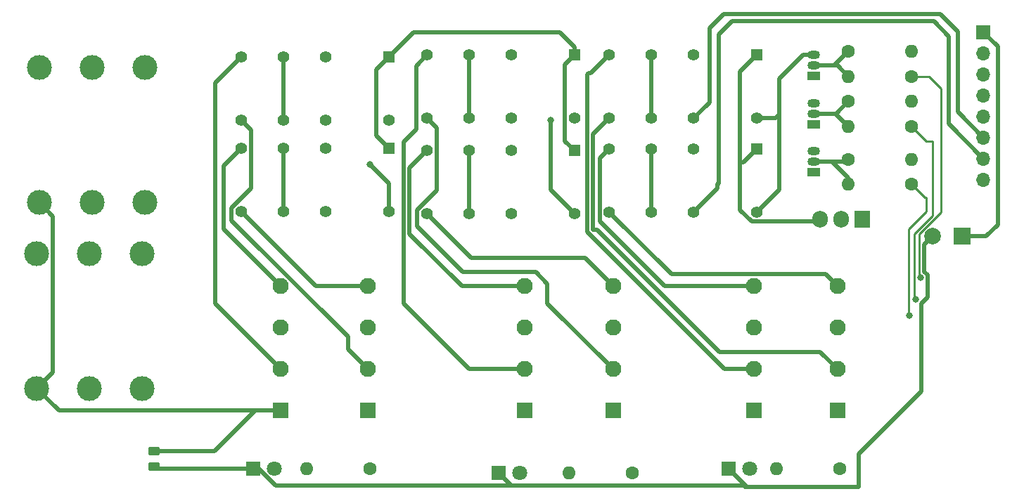
<source format=gbr>
%TF.GenerationSoftware,KiCad,Pcbnew,7.0.9*%
%TF.CreationDate,2024-06-30T00:12:16-04:00*%
%TF.ProjectId,Loop Board 3 Jackless Output,4c6f6f70-2042-46f6-9172-642033204a61,rev?*%
%TF.SameCoordinates,Original*%
%TF.FileFunction,Copper,L1,Top*%
%TF.FilePolarity,Positive*%
%FSLAX46Y46*%
G04 Gerber Fmt 4.6, Leading zero omitted, Abs format (unit mm)*
G04 Created by KiCad (PCBNEW 7.0.9) date 2024-06-30 00:12:16*
%MOMM*%
%LPD*%
G01*
G04 APERTURE LIST*
G04 Aperture macros list*
%AMRoundRect*
0 Rectangle with rounded corners*
0 $1 Rounding radius*
0 $2 $3 $4 $5 $6 $7 $8 $9 X,Y pos of 4 corners*
0 Add a 4 corners polygon primitive as box body*
4,1,4,$2,$3,$4,$5,$6,$7,$8,$9,$2,$3,0*
0 Add four circle primitives for the rounded corners*
1,1,$1+$1,$2,$3*
1,1,$1+$1,$4,$5*
1,1,$1+$1,$6,$7*
1,1,$1+$1,$8,$9*
0 Add four rect primitives between the rounded corners*
20,1,$1+$1,$2,$3,$4,$5,0*
20,1,$1+$1,$4,$5,$6,$7,0*
20,1,$1+$1,$6,$7,$8,$9,0*
20,1,$1+$1,$8,$9,$2,$3,0*%
G04 Aperture macros list end*
%TA.AperFunction,ComponentPad*%
%ADD10C,1.400000*%
%TD*%
%TA.AperFunction,ComponentPad*%
%ADD11R,1.400000X1.400000*%
%TD*%
%TA.AperFunction,ComponentPad*%
%ADD12R,1.700000X1.700000*%
%TD*%
%TA.AperFunction,ComponentPad*%
%ADD13O,1.700000X1.700000*%
%TD*%
%TA.AperFunction,ComponentPad*%
%ADD14O,1.500000X1.050000*%
%TD*%
%TA.AperFunction,ComponentPad*%
%ADD15R,1.500000X1.050000*%
%TD*%
%TA.AperFunction,ComponentPad*%
%ADD16R,1.950000X1.950000*%
%TD*%
%TA.AperFunction,ComponentPad*%
%ADD17C,1.950000*%
%TD*%
%TA.AperFunction,ComponentPad*%
%ADD18R,1.800000X1.800000*%
%TD*%
%TA.AperFunction,ComponentPad*%
%ADD19C,1.800000*%
%TD*%
%TA.AperFunction,ComponentPad*%
%ADD20O,1.600000X1.600000*%
%TD*%
%TA.AperFunction,ComponentPad*%
%ADD21C,1.600000*%
%TD*%
%TA.AperFunction,ComponentPad*%
%ADD22C,3.000000*%
%TD*%
%TA.AperFunction,ComponentPad*%
%ADD23R,1.905000X2.000000*%
%TD*%
%TA.AperFunction,ComponentPad*%
%ADD24O,1.905000X2.000000*%
%TD*%
%TA.AperFunction,SMDPad,CuDef*%
%ADD25RoundRect,0.250000X0.450000X-0.262500X0.450000X0.262500X-0.450000X0.262500X-0.450000X-0.262500X0*%
%TD*%
%TA.AperFunction,ComponentPad*%
%ADD26R,2.000000X2.000000*%
%TD*%
%TA.AperFunction,ComponentPad*%
%ADD27C,2.000000*%
%TD*%
%TA.AperFunction,ViaPad*%
%ADD28C,0.800000*%
%TD*%
%TA.AperFunction,Conductor*%
%ADD29C,0.500000*%
%TD*%
%TA.AperFunction,Conductor*%
%ADD30C,0.250000*%
%TD*%
G04 APERTURE END LIST*
D10*
%TO.P,Right3,16*%
%TO.N,Net-(QL3-D)*%
X167520000Y-51720000D03*
%TO.P,Right3,13*%
%TO.N,Net-(Right2-Pad4)*%
X159900000Y-51720000D03*
%TO.P,Right3,11*%
%TO.N,Net-(Right3-Pad11)*%
X154820000Y-51720000D03*
%TO.P,Right3,9*%
%TO.N,/R_send3*%
X149740000Y-51720000D03*
%TO.P,Right3,8*%
%TO.N,/R_Return3*%
X149740000Y-44100000D03*
%TO.P,Right3,6*%
%TO.N,Net-(Right3-Pad11)*%
X154820000Y-44100000D03*
%TO.P,Right3,4*%
%TO.N,/R_out*%
X159900000Y-44100000D03*
D11*
%TO.P,Right3,1*%
%TO.N,/5V*%
X167520000Y-44100000D03*
%TD*%
D12*
%TO.P,J2,1,Pin_1*%
%TO.N,/9V*%
X239100000Y-41080000D03*
D13*
%TO.P,J2,2,Pin_2*%
%TO.N,/Ctrl_GND*%
X239100000Y-43620000D03*
%TO.P,J2,3,Pin_3*%
%TO.N,/Control1*%
X239100000Y-46160000D03*
%TO.P,J2,4,Pin_4*%
%TO.N,/Control2*%
X239100000Y-48700000D03*
%TO.P,J2,5,Pin_5*%
%TO.N,/Control3*%
X239100000Y-51240000D03*
%TO.P,J2,6,Pin_6*%
%TO.N,/R_in*%
X239100000Y-53780000D03*
%TO.P,J2,7,Pin_7*%
%TO.N,/L_in*%
X239100000Y-56320000D03*
%TO.P,J2,8,Pin_8*%
%TO.N,/Signal_Gnd*%
X239100000Y-58860000D03*
%TD*%
D14*
%TO.P,QL3,3,D*%
%TO.N,Net-(QL3-D)*%
X218640000Y-55420000D03*
%TO.P,QL3,2,G*%
%TO.N,Net-(QL3-G)*%
X218640000Y-56690000D03*
D15*
%TO.P,QL3,1,S*%
%TO.N,/Ctrl_GND*%
X218640000Y-57960000D03*
%TD*%
D16*
%TO.P,Return2,1,Pin_1*%
%TO.N,/Signal_Gnd*%
X183862500Y-86700000D03*
D17*
%TO.P,Return2,2,Pin_2*%
%TO.N,/R_Return2*%
X183862500Y-81700000D03*
%TO.P,Return2,3,Pin_3*%
%TO.N,/Signal_Gnd*%
X183862500Y-76700000D03*
%TO.P,Return2,4,Pin_4*%
%TO.N,/L_Return2*%
X183862500Y-71700000D03*
%TD*%
D18*
%TO.P,D2,1,K*%
%TO.N,/Ctrl_GND*%
X180687500Y-94200000D03*
D19*
%TO.P,D2,2,A*%
%TO.N,Net-(D2-A)*%
X183227500Y-94200000D03*
%TD*%
D20*
%TO.P,LeftPD2,2*%
%TO.N,/Ctrl_GND*%
X230450000Y-49420000D03*
D21*
%TO.P,LeftPD2,1*%
%TO.N,Net-(QL2-G)*%
X222830000Y-49420000D03*
%TD*%
D16*
%TO.P,Send3,1,Pin_1*%
%TO.N,/Signal_Gnd*%
X165000000Y-86700000D03*
D17*
%TO.P,Send3,2,Pin_2*%
%TO.N,/R_send3*%
X165000000Y-81700000D03*
%TO.P,Send3,3,Pin_3*%
%TO.N,/Signal_Gnd*%
X165000000Y-76700000D03*
%TO.P,Send3,4,Pin_4*%
%TO.N,/L_Send3*%
X165000000Y-71700000D03*
%TD*%
D22*
%TO.P,R1,R*%
%TO.N,unconnected-(R1-PadR)*%
X131785000Y-61615000D03*
%TO.P,R1,RN*%
%TO.N,unconnected-(R1-PadRN)*%
X131785000Y-45385000D03*
%TO.P,R1,S*%
%TO.N,/Signal_Gnd*%
X125435000Y-61615000D03*
%TO.P,R1,SN*%
%TO.N,unconnected-(R1-PadSN)*%
X125435000Y-45385000D03*
%TO.P,R1,T*%
%TO.N,/R_out*%
X138135000Y-61615000D03*
%TO.P,R1,TN*%
%TO.N,Net-(L/Mono1-PadR)*%
X138135000Y-45385000D03*
%TD*%
D10*
%TO.P,Left/Mono3,16*%
%TO.N,Net-(QL3-D)*%
X167520000Y-62720000D03*
%TO.P,Left/Mono3,13*%
%TO.N,Net-(Left/Mono2-Pad4)*%
X159900000Y-62720000D03*
%TO.P,Left/Mono3,11*%
%TO.N,Net-(Left/Mono3-Pad11)*%
X154820000Y-62720000D03*
%TO.P,Left/Mono3,9*%
%TO.N,/L_Send3*%
X149740000Y-62720000D03*
%TO.P,Left/Mono3,8*%
%TO.N,/L_Return3*%
X149740000Y-55100000D03*
%TO.P,Left/Mono3,6*%
%TO.N,Net-(Left/Mono3-Pad11)*%
X154820000Y-55100000D03*
%TO.P,Left/Mono3,4*%
%TO.N,/L_out*%
X159900000Y-55100000D03*
D11*
%TO.P,Left/Mono3,1*%
%TO.N,/5V*%
X167520000Y-55100000D03*
%TD*%
D23*
%TO.P,U1,1,IN*%
%TO.N,/9V*%
X224540000Y-63600000D03*
D24*
%TO.P,U1,2,GND*%
%TO.N,/Ctrl_GND*%
X222000000Y-63600000D03*
%TO.P,U1,3,OUT*%
%TO.N,/5V*%
X219460000Y-63600000D03*
%TD*%
D20*
%TO.P,LeftPD3,2*%
%TO.N,/Ctrl_GND*%
X230450000Y-56420000D03*
D21*
%TO.P,LeftPD3,1*%
%TO.N,Net-(QL3-G)*%
X222830000Y-56420000D03*
%TD*%
%TO.P,RLed1,1*%
%TO.N,/Control1*%
X221772500Y-93700000D03*
D20*
%TO.P,RLed1,2*%
%TO.N,Net-(D1-A)*%
X214152500Y-93700000D03*
%TD*%
D14*
%TO.P,QL2,3,D*%
%TO.N,Net-(QL2-D)*%
X218640000Y-49630000D03*
%TO.P,QL2,2,G*%
%TO.N,Net-(QL2-G)*%
X218640000Y-50900000D03*
D15*
%TO.P,QL2,1,S*%
%TO.N,/Ctrl_GND*%
X218640000Y-52170000D03*
%TD*%
D20*
%TO.P,LGate3,2*%
%TO.N,Net-(QL3-G)*%
X222830000Y-59420000D03*
D21*
%TO.P,LGate3,1*%
%TO.N,/Control3*%
X230450000Y-59420000D03*
%TD*%
D16*
%TO.P,Send2,1,Pin_1*%
%TO.N,/Signal_Gnd*%
X194500000Y-86700000D03*
D17*
%TO.P,Send2,2,Pin_2*%
%TO.N,/R_send2*%
X194500000Y-81700000D03*
%TO.P,Send2,3,Pin_3*%
%TO.N,/Signal_Gnd*%
X194500000Y-76700000D03*
%TO.P,Send2,4,Pin_4*%
%TO.N,/L_Send2*%
X194500000Y-71700000D03*
%TD*%
D10*
%TO.P,Left/Mono1,16*%
%TO.N,Net-(QL1-D)*%
X211840000Y-62777500D03*
%TO.P,Left/Mono1,13*%
%TO.N,/L_in*%
X204220000Y-62777500D03*
%TO.P,Left/Mono1,11*%
%TO.N,Net-(Left/Mono1-Pad11)*%
X199140000Y-62777500D03*
%TO.P,Left/Mono1,9*%
%TO.N,/L_Send1*%
X194060000Y-62777500D03*
%TO.P,Left/Mono1,8*%
%TO.N,/L_Return1*%
X194060000Y-55157500D03*
%TO.P,Left/Mono1,6*%
%TO.N,Net-(Left/Mono1-Pad11)*%
X199140000Y-55157500D03*
%TO.P,Left/Mono1,4*%
%TO.N,Net-(Left/Mono1-Pad4)*%
X204220000Y-55157500D03*
D11*
%TO.P,Left/Mono1,1*%
%TO.N,/5V*%
X211840000Y-55157500D03*
%TD*%
D14*
%TO.P,QL1,3,D*%
%TO.N,Net-(QL1-D)*%
X218640000Y-43840000D03*
%TO.P,QL1,2,G*%
%TO.N,Net-(QL1-G)*%
X218640000Y-45110000D03*
D15*
%TO.P,QL1,1,S*%
%TO.N,/Ctrl_GND*%
X218640000Y-46380000D03*
%TD*%
D22*
%TO.P,L/Mono1,R*%
%TO.N,Net-(L/Mono1-PadR)*%
X131485000Y-84015000D03*
%TO.P,L/Mono1,RN*%
%TO.N,unconnected-(L/Mono1-PadRN)*%
X131485000Y-67785000D03*
%TO.P,L/Mono1,S*%
%TO.N,/Signal_Gnd*%
X125135000Y-84015000D03*
%TO.P,L/Mono1,SN*%
%TO.N,unconnected-(L/Mono1-PadSN)*%
X125135000Y-67785000D03*
%TO.P,L/Mono1,T*%
%TO.N,/L_out*%
X137835000Y-84015000D03*
%TO.P,L/Mono1,TN*%
%TO.N,unconnected-(L/Mono1-PadTN)*%
X137835000Y-67785000D03*
%TD*%
D10*
%TO.P,Right1,16*%
%TO.N,Net-(QL1-D)*%
X211840000Y-51420000D03*
%TO.P,Right1,13*%
%TO.N,/R_in*%
X204220000Y-51420000D03*
%TO.P,Right1,11*%
%TO.N,Net-(Right1-Pad11)*%
X199140000Y-51420000D03*
%TO.P,Right1,9*%
%TO.N,/R_send1*%
X194060000Y-51420000D03*
%TO.P,Right1,8*%
%TO.N,/R_Return1*%
X194060000Y-43800000D03*
%TO.P,Right1,6*%
%TO.N,Net-(Right1-Pad11)*%
X199140000Y-43800000D03*
%TO.P,Right1,4*%
%TO.N,Net-(Right1-Pad4)*%
X204220000Y-43800000D03*
D11*
%TO.P,Right1,1*%
%TO.N,/5V*%
X211840000Y-43800000D03*
%TD*%
D25*
%TO.P,G_link1,1*%
%TO.N,/Ctrl_GND*%
X139200000Y-93412500D03*
%TO.P,G_link1,2*%
%TO.N,/Signal_Gnd*%
X139200000Y-91587500D03*
%TD*%
D16*
%TO.P,Return3,1,Pin_1*%
%TO.N,/Signal_Gnd*%
X154500000Y-86700000D03*
D17*
%TO.P,Return3,2,Pin_2*%
%TO.N,/R_Return3*%
X154500000Y-81700000D03*
%TO.P,Return3,3,Pin_3*%
%TO.N,/Signal_Gnd*%
X154500000Y-76700000D03*
%TO.P,Return3,4,Pin_4*%
%TO.N,/L_Return3*%
X154500000Y-71700000D03*
%TD*%
D20*
%TO.P,LGate2,2*%
%TO.N,Net-(QL2-G)*%
X222830000Y-52420000D03*
D21*
%TO.P,LGate2,1*%
%TO.N,/Control2*%
X230450000Y-52420000D03*
%TD*%
D20*
%TO.P,LGate1,2*%
%TO.N,Net-(QL1-G)*%
X222830000Y-46420000D03*
D21*
%TO.P,LGate1,1*%
%TO.N,/Control1*%
X230450000Y-46420000D03*
%TD*%
D18*
%TO.P,D3,1,K*%
%TO.N,/Ctrl_GND*%
X151187500Y-93700000D03*
D19*
%TO.P,D3,2,A*%
%TO.N,Net-(D3-A)*%
X153727500Y-93700000D03*
%TD*%
D16*
%TO.P,Return1,1,Pin_1*%
%TO.N,/Signal_Gnd*%
X211500000Y-86700000D03*
D17*
%TO.P,Return1,2,Pin_2*%
%TO.N,/R_Return1*%
X211500000Y-81700000D03*
%TO.P,Return1,3,Pin_3*%
%TO.N,/Signal_Gnd*%
X211500000Y-76700000D03*
%TO.P,Return1,4,Pin_4*%
%TO.N,/L_Return1*%
X211500000Y-71700000D03*
%TD*%
D16*
%TO.P,Send1,1,Pin_1*%
%TO.N,/Signal_Gnd*%
X221500000Y-86700000D03*
D17*
%TO.P,Send1,2,Pin_2*%
%TO.N,/R_send1*%
X221500000Y-81700000D03*
%TO.P,Send1,3,Pin_3*%
%TO.N,/Signal_Gnd*%
X221500000Y-76700000D03*
%TO.P,Send1,4,Pin_4*%
%TO.N,/L_Send1*%
X221500000Y-71700000D03*
%TD*%
D18*
%TO.P,D1,1,K*%
%TO.N,/Ctrl_GND*%
X208422500Y-93700000D03*
D19*
%TO.P,D1,2,A*%
%TO.N,Net-(D1-A)*%
X210962500Y-93700000D03*
%TD*%
D26*
%TO.P,C1,1*%
%TO.N,/9V*%
X236500000Y-65700000D03*
D27*
%TO.P,C1,2*%
%TO.N,/Ctrl_GND*%
X233000000Y-65700000D03*
%TD*%
D20*
%TO.P,LeftPD1,2*%
%TO.N,/Ctrl_GND*%
X230450000Y-43420000D03*
D21*
%TO.P,LeftPD1,1*%
%TO.N,Net-(QL1-G)*%
X222830000Y-43420000D03*
%TD*%
D10*
%TO.P,Left/Mono2,16*%
%TO.N,Net-(QL2-D)*%
X189877500Y-62982500D03*
%TO.P,Left/Mono2,13*%
%TO.N,Net-(Left/Mono1-Pad4)*%
X182257500Y-62982500D03*
%TO.P,Left/Mono2,11*%
%TO.N,Net-(Left/Mono2-Pad11)*%
X177177500Y-62982500D03*
%TO.P,Left/Mono2,9*%
%TO.N,/L_Send2*%
X172097500Y-62982500D03*
%TO.P,Left/Mono2,8*%
%TO.N,/L_Return2*%
X172097500Y-55362500D03*
%TO.P,Left/Mono2,6*%
%TO.N,Net-(Left/Mono2-Pad11)*%
X177177500Y-55362500D03*
%TO.P,Left/Mono2,4*%
%TO.N,Net-(Left/Mono2-Pad4)*%
X182257500Y-55362500D03*
D11*
%TO.P,Left/Mono2,1*%
%TO.N,/5V*%
X189877500Y-55362500D03*
%TD*%
D10*
%TO.P,Right2,16*%
%TO.N,Net-(QL2-D)*%
X189877500Y-51482500D03*
%TO.P,Right2,13*%
%TO.N,Net-(Right1-Pad4)*%
X182257500Y-51482500D03*
%TO.P,Right2,11*%
%TO.N,Net-(Right2-Pad11)*%
X177177500Y-51482500D03*
%TO.P,Right2,9*%
%TO.N,/R_send2*%
X172097500Y-51482500D03*
%TO.P,Right2,8*%
%TO.N,/R_Return2*%
X172097500Y-43862500D03*
%TO.P,Right2,6*%
%TO.N,Net-(Right2-Pad11)*%
X177177500Y-43862500D03*
%TO.P,Right2,4*%
%TO.N,Net-(Right2-Pad4)*%
X182257500Y-43862500D03*
D11*
%TO.P,Right2,1*%
%TO.N,/5V*%
X189877500Y-43862500D03*
%TD*%
D21*
%TO.P,RLed3,1*%
%TO.N,/Control3*%
X165272500Y-93700000D03*
D20*
%TO.P,RLed3,2*%
%TO.N,Net-(D3-A)*%
X157652500Y-93700000D03*
%TD*%
D21*
%TO.P,RLed2,1*%
%TO.N,/Control2*%
X196772500Y-94200000D03*
D20*
%TO.P,RLed2,2*%
%TO.N,Net-(D2-A)*%
X189152500Y-94200000D03*
%TD*%
D28*
%TO.N,/Control3*%
X230200000Y-75200000D03*
%TO.N,/Control2*%
X230900000Y-73300000D03*
%TO.N,/Control1*%
X231524500Y-70700000D03*
%TO.N,Net-(QL2-D)*%
X187000000Y-51700000D03*
%TO.N,Net-(QL3-D)*%
X165200000Y-57000000D03*
%TD*%
D29*
%TO.N,/Signal_Gnd*%
X127085000Y-63265000D02*
X125435000Y-61615000D01*
X127085000Y-82065000D02*
X127085000Y-63265000D01*
X125135000Y-84015000D02*
X127085000Y-82065000D01*
X127820000Y-86700000D02*
X125135000Y-84015000D01*
X154500000Y-86700000D02*
X127820000Y-86700000D01*
%TO.N,/Ctrl_GND*%
X224100000Y-95900000D02*
X211600000Y-95900000D01*
X224100000Y-91893698D02*
X224100000Y-95900000D01*
X231600000Y-84393698D02*
X224100000Y-91893698D01*
X231600000Y-73802082D02*
X231600000Y-84393698D01*
X231975000Y-69948418D02*
X232374500Y-70347918D01*
X231975000Y-66725000D02*
X231975000Y-69948418D01*
X232374500Y-70347918D02*
X232374500Y-73027582D01*
X233000000Y-65700000D02*
X231975000Y-66725000D01*
X232374500Y-73027582D02*
X231600000Y-73802082D01*
%TO.N,/Signal_Gnd*%
X146512500Y-91587500D02*
X151400000Y-86700000D01*
X151400000Y-86700000D02*
X154500000Y-86700000D01*
X139200000Y-91587500D02*
X146512500Y-91587500D01*
%TO.N,/Ctrl_GND*%
X139487500Y-93700000D02*
X139200000Y-93412500D01*
X151187500Y-93700000D02*
X139487500Y-93700000D01*
X151818311Y-93700000D02*
X151187500Y-93700000D01*
X153857061Y-95738750D02*
X151818311Y-93700000D01*
X182900000Y-95738750D02*
X153857061Y-95738750D01*
X182900000Y-95738750D02*
X182226250Y-95738750D01*
X210461250Y-95738750D02*
X182900000Y-95738750D01*
X182226250Y-95738750D02*
X180687500Y-94200000D01*
X210461250Y-95738750D02*
X208422500Y-93700000D01*
X210622500Y-95900000D02*
X210461250Y-95738750D01*
X211600000Y-95900000D02*
X210400000Y-95900000D01*
X211600000Y-95900000D02*
X210622500Y-95900000D01*
D30*
%TO.N,/Control3*%
X230100000Y-75100000D02*
X230200000Y-75200000D01*
X230100000Y-72200000D02*
X230100000Y-75100000D01*
%TO.N,/Control2*%
X230800000Y-73200000D02*
X230900000Y-73300000D01*
X230800000Y-71400000D02*
X230800000Y-73200000D01*
%TO.N,/Control1*%
X231400000Y-70700000D02*
X231524500Y-70700000D01*
%TO.N,/Control3*%
X232200000Y-62700000D02*
X231300000Y-63600000D01*
X232200000Y-61000000D02*
X232200000Y-62700000D01*
X232030000Y-61000000D02*
X232200000Y-61000000D01*
X231300000Y-63600000D02*
X230100000Y-64800000D01*
X230100000Y-70600000D02*
X230100000Y-72200000D01*
X230450000Y-59420000D02*
X232030000Y-61000000D01*
X230100000Y-64800000D02*
X230100000Y-70600000D01*
%TO.N,/Control2*%
X233000000Y-63189771D02*
X230800000Y-65389771D01*
X230800000Y-65389771D02*
X230800000Y-65600000D01*
X230800000Y-65600000D02*
X230800000Y-71400000D01*
X232230000Y-54200000D02*
X233000000Y-54200000D01*
X230450000Y-52420000D02*
X232230000Y-54200000D01*
X233000000Y-54200000D02*
X233000000Y-63189771D01*
%TO.N,/Control1*%
X231400000Y-65500000D02*
X231400000Y-70700000D01*
X231400000Y-65426167D02*
X231400000Y-65500000D01*
X234000000Y-62826167D02*
X231400000Y-65426167D01*
X234000000Y-62800000D02*
X234000000Y-62826167D01*
X232520000Y-46420000D02*
X234000000Y-47900000D01*
X234000000Y-47900000D02*
X234000000Y-62800000D01*
X230450000Y-46420000D02*
X232520000Y-46420000D01*
D29*
%TO.N,Net-(Right3-Pad11)*%
X154820000Y-44100000D02*
X154820000Y-51720000D01*
%TO.N,Net-(Left/Mono3-Pad11)*%
X154820000Y-62720000D02*
X154820000Y-55100000D01*
%TO.N,Net-(Left/Mono2-Pad11)*%
X177177500Y-55362500D02*
X177177500Y-62982500D01*
%TO.N,Net-(Right2-Pad11)*%
X177177500Y-51482500D02*
X177177500Y-43862500D01*
%TO.N,Net-(Right1-Pad11)*%
X199140000Y-43800000D02*
X199140000Y-51420000D01*
%TO.N,Net-(Left/Mono1-Pad11)*%
X199140000Y-55157500D02*
X199140000Y-62777500D01*
%TO.N,/L_Send1*%
X220075000Y-70275000D02*
X221500000Y-71700000D01*
X201557500Y-70275000D02*
X220075000Y-70275000D01*
X194060000Y-62777500D02*
X201557500Y-70275000D01*
%TO.N,/L_Return1*%
X192910000Y-63910000D02*
X200700000Y-71700000D01*
X192910000Y-56307500D02*
X192910000Y-63910000D01*
X200700000Y-71700000D02*
X211500000Y-71700000D01*
X194060000Y-55157500D02*
X192910000Y-56307500D01*
%TO.N,/R_send1*%
X207300000Y-79600000D02*
X219400000Y-79600000D01*
X192600000Y-64900000D02*
X207300000Y-79600000D01*
X192089949Y-64900000D02*
X192600000Y-64900000D01*
X192089949Y-53390051D02*
X192089949Y-64900000D01*
X194060000Y-51420000D02*
X192089949Y-53390051D01*
X219400000Y-79600000D02*
X221500000Y-81700000D01*
%TO.N,/R_Return1*%
X207900000Y-81700000D02*
X211500000Y-81700000D01*
X191389949Y-65189949D02*
X207900000Y-81700000D01*
X191389949Y-46210051D02*
X191389949Y-65189949D01*
X191600000Y-46000000D02*
X191389949Y-46210051D01*
X191860000Y-46000000D02*
X191600000Y-46000000D01*
X194060000Y-43800000D02*
X191860000Y-46000000D01*
%TO.N,Net-(QL3-D)*%
X167520000Y-59320000D02*
X167520000Y-62720000D01*
X165200000Y-57000000D02*
X167520000Y-59320000D01*
%TO.N,Net-(QL2-D)*%
X187000000Y-60105000D02*
X189877500Y-62982500D01*
X187000000Y-51700000D02*
X187000000Y-60105000D01*
%TO.N,/5V*%
X166000000Y-45620000D02*
X166000000Y-53580000D01*
X166000000Y-53580000D02*
X167520000Y-55100000D01*
X167520000Y-44100000D02*
X166000000Y-45620000D01*
X188727500Y-45012500D02*
X188727500Y-54212500D01*
X188727500Y-54212500D02*
X189877500Y-55362500D01*
X189877500Y-43862500D02*
X188727500Y-45012500D01*
%TO.N,/L_Send2*%
X191100000Y-68300000D02*
X194500000Y-71700000D01*
X177415000Y-68300000D02*
X191100000Y-68300000D01*
X172097500Y-62982500D02*
X177415000Y-68300000D01*
%TO.N,/R_send2*%
X186600000Y-73800000D02*
X194500000Y-81700000D01*
X176400000Y-70000000D02*
X185200000Y-70000000D01*
X170900000Y-64500000D02*
X176400000Y-70000000D01*
X170900000Y-62553654D02*
X170900000Y-64500000D01*
X185200000Y-70000000D02*
X186600000Y-71400000D01*
X186600000Y-71400000D02*
X186600000Y-73800000D01*
X173247500Y-60206154D02*
X170900000Y-62553654D01*
X173247500Y-52632500D02*
X173247500Y-60206154D01*
X172097500Y-51482500D02*
X173247500Y-52632500D01*
%TO.N,/L_Return2*%
X170000000Y-65400000D02*
X176300000Y-71700000D01*
X170000000Y-57460000D02*
X170000000Y-65400000D01*
X176300000Y-71700000D02*
X183862500Y-71700000D01*
X172097500Y-55362500D02*
X170000000Y-57460000D01*
%TO.N,/R_Return2*%
X177200000Y-81700000D02*
X183862500Y-81700000D01*
X169300000Y-73800000D02*
X177200000Y-81700000D01*
X169300000Y-54309950D02*
X169300000Y-73800000D01*
X170800000Y-52809950D02*
X169300000Y-54309950D01*
X172097500Y-43862500D02*
X170800000Y-45160000D01*
X170800000Y-45160000D02*
X170800000Y-52809950D01*
%TO.N,/L_Return3*%
X147600000Y-64800000D02*
X154500000Y-71700000D01*
X149740000Y-55100000D02*
X147600000Y-57240000D01*
X147600000Y-57240000D02*
X147600000Y-64800000D01*
%TO.N,/R_send3*%
X148590000Y-62243654D02*
X148590000Y-63774745D01*
X162600000Y-79300000D02*
X165000000Y-81700000D01*
X150890000Y-59943654D02*
X148590000Y-62243654D01*
X148590000Y-63774745D02*
X162600000Y-77784745D01*
X149740000Y-51720000D02*
X150890000Y-52870000D01*
X150890000Y-52870000D02*
X150890000Y-59943654D01*
X162600000Y-77784745D02*
X162600000Y-79300000D01*
%TO.N,/L_Send3*%
X158720000Y-71700000D02*
X165000000Y-71700000D01*
X149740000Y-62720000D02*
X158720000Y-71700000D01*
%TO.N,/R_Return3*%
X146600000Y-47240000D02*
X146600000Y-73800000D01*
X146600000Y-73800000D02*
X154500000Y-81700000D01*
X149740000Y-44100000D02*
X146600000Y-47240000D01*
%TO.N,/5V*%
X189877500Y-42877500D02*
X189877500Y-43862500D01*
X188100000Y-41100000D02*
X189877500Y-42877500D01*
X170520000Y-41100000D02*
X188100000Y-41100000D01*
X167520000Y-44100000D02*
X170520000Y-41100000D01*
X211800000Y-63927500D02*
X211227500Y-63927500D01*
X219132500Y-63927500D02*
X211800000Y-63927500D01*
X209800000Y-45840000D02*
X211840000Y-43800000D01*
X209800000Y-56800000D02*
X209800000Y-45840000D01*
X210197500Y-56800000D02*
X211840000Y-55157500D01*
X209800000Y-56800000D02*
X210197500Y-56800000D01*
X209800000Y-62500000D02*
X209800000Y-56800000D01*
X211227500Y-63927500D02*
X209800000Y-62500000D01*
X219460000Y-63600000D02*
X219132500Y-63927500D01*
%TO.N,Net-(QL1-D)*%
X214500000Y-60117500D02*
X211840000Y-62777500D01*
X214500000Y-51000000D02*
X214500000Y-60117500D01*
X214080000Y-51420000D02*
X211840000Y-51420000D01*
X214500000Y-46730000D02*
X214500000Y-51000000D01*
X217390000Y-43840000D02*
X214500000Y-46730000D01*
X214500000Y-51000000D02*
X214080000Y-51420000D01*
X218640000Y-43840000D02*
X217390000Y-43840000D01*
%TO.N,/R_in*%
X206100000Y-49540000D02*
X204220000Y-51420000D01*
X206100000Y-40600000D02*
X206100000Y-49540000D01*
X233900000Y-38900000D02*
X207800000Y-38900000D01*
X207800000Y-38900000D02*
X206100000Y-40600000D01*
X236000000Y-50680000D02*
X236000000Y-41000000D01*
X236000000Y-41000000D02*
X233900000Y-38900000D01*
X239100000Y-53780000D02*
X236000000Y-50680000D01*
%TO.N,/L_in*%
X207100000Y-59897500D02*
X204220000Y-62777500D01*
X207200000Y-59300000D02*
X207100000Y-59400000D01*
X207200000Y-41400000D02*
X207200000Y-59300000D01*
X207100000Y-59400000D02*
X207100000Y-59897500D01*
X208800000Y-39800000D02*
X207200000Y-41400000D01*
X233100000Y-39800000D02*
X208800000Y-39800000D01*
X234900000Y-41600000D02*
X233100000Y-39800000D01*
X234900000Y-52120000D02*
X234900000Y-41600000D01*
X239100000Y-56320000D02*
X234900000Y-52120000D01*
%TO.N,/9V*%
X240800000Y-42780000D02*
X239100000Y-41080000D01*
X240800000Y-64300000D02*
X240800000Y-42780000D01*
X236500000Y-65700000D02*
X239400000Y-65700000D01*
X239400000Y-65700000D02*
X240800000Y-64300000D01*
%TO.N,Net-(QL3-G)*%
X222830000Y-58630000D02*
X222830000Y-59420000D01*
X220890000Y-56690000D02*
X222830000Y-58630000D01*
X220700000Y-56690000D02*
X220890000Y-56690000D01*
X220700000Y-56690000D02*
X222560000Y-56690000D01*
X218640000Y-56690000D02*
X220700000Y-56690000D01*
X222560000Y-56690000D02*
X222830000Y-56420000D01*
%TO.N,Net-(QL2-G)*%
X218640000Y-50900000D02*
X221310000Y-50900000D01*
X221310000Y-50900000D02*
X222830000Y-52420000D01*
X218640000Y-50900000D02*
X221350000Y-50900000D01*
X221350000Y-50900000D02*
X222830000Y-49420000D01*
%TO.N,Net-(QL1-G)*%
X221140000Y-45110000D02*
X221520000Y-45110000D01*
X221520000Y-45110000D02*
X222830000Y-46420000D01*
X221140000Y-45110000D02*
X222830000Y-43420000D01*
X218640000Y-45110000D02*
X221140000Y-45110000D01*
%TD*%
M02*

</source>
